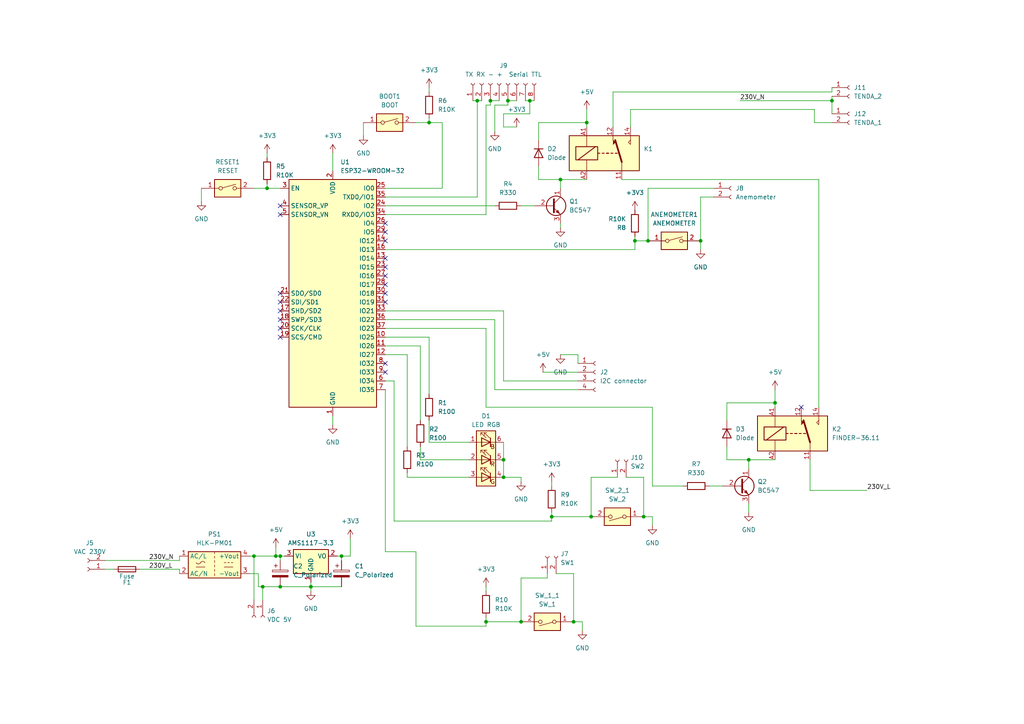
<source format=kicad_sch>
(kicad_sch (version 20250114) (generator "eeschema") (generator_version "9.0")
  (paper "A4")
  (lib_symbols
    (symbol "Connector:Conn_01x02_Socket" (pin_names (offset 1.016) (hide yes))
      (property "Reference" "J" (at 0 2.54 0))
      (property "Value" "Conn_01x02_Socket" (at 0 -5.08 0))
      (symbol "Conn_01x02_Socket_1_1"
        (polyline (pts (xy -1.27 0) (xy -0.508 0)) (stroke (width 0.1524)))
        (polyline (pts (xy -1.27 -2.54) (xy -0.508 -2.54)) (stroke (width 0.1524)))
        (arc (start 0 -0.508) (mid -0.5058 0) (end 0 0.508) (stroke (width 0.1524)))
        (arc (start 0 -3.048) (mid -0.5058 -2.54) (end 0 -2.032) (stroke (width 0.1524)))
        (pin passive line (at -5.08 0 0) (length 3.81) (name "Pin_1") (number "1"))
        (pin passive line (at -5.08 -2.54 0) (length 3.81) (name "Pin_2") (number "2"))
      )
    )
    (symbol "Connector:Conn_01x04_Socket" (pin_names (offset 1.016) (hide yes))
      (property "Reference" "J" (at 0 5.08 0))
      (property "Value" "Conn_01x04_Socket" (at 0 -7.62 0))
      (symbol "Conn_01x04_Socket_1_1"
        (polyline (pts (xy -1.27 2.54) (xy -0.508 2.54)) (stroke (width 0.1524)))
        (polyline (pts (xy -1.27 0) (xy -0.508 0)) (stroke (width 0.1524)))
        (polyline (pts (xy -1.27 -2.54) (xy -0.508 -2.54)) (stroke (width 0.1524)))
        (polyline (pts (xy -1.27 -5.08) (xy -0.508 -5.08)) (stroke (width 0.1524)))
        (arc (start 0 2.032) (mid -0.5058 2.54) (end 0 3.048) (stroke (width 0.1524)))
        (arc (start 0 -0.508) (mid -0.5058 0) (end 0 0.508) (stroke (width 0.1524)))
        (arc (start 0 -3.048) (mid -0.5058 -2.54) (end 0 -2.032) (stroke (width 0.1524)))
        (arc (start 0 -5.588) (mid -0.5058 -5.08) (end 0 -4.572) (stroke (width 0.1524)))
        (pin passive line (at -5.08 2.54 0) (length 3.81) (name "Pin_1") (number "1"))
        (pin passive line (at -5.08 0 0) (length 3.81) (name "Pin_2") (number "2"))
        (pin passive line (at -5.08 -2.54 0) (length 3.81) (name "Pin_3") (number "3"))
        (pin passive line (at -5.08 -5.08 0) (length 3.81) (name "Pin_4") (number "4"))
      )
    )
    (symbol "Connector:Conn_01x08_Socket" (pin_names (offset 1.016) (hide yes))
      (property "Reference" "J" (at 0 10.16 0))
      (property "Value" "Conn_01x08_Socket" (at 0 -12.7 0))
      (symbol "Conn_01x08_Socket_1_1"
        (polyline (pts (xy -1.27 7.62) (xy -0.508 7.62)) (stroke (width 0.1524)))
        (polyline (pts (xy -1.27 5.08) (xy -0.508 5.08)) (stroke (width 0.1524)))
        (polyline (pts (xy -1.27 2.54) (xy -0.508 2.54)) (stroke (width 0.1524)))
        (polyline (pts (xy -1.27 0) (xy -0.508 0)) (stroke (width 0.1524)))
        (polyline (pts (xy -1.27 -2.54) (xy -0.508 -2.54)) (stroke (width 0.1524)))
        (polyline (pts (xy -1.27 -5.08) (xy -0.508 -5.08)) (stroke (width 0.1524)))
        (polyline (pts (xy -1.27 -7.62) (xy -0.508 -7.62)) (stroke (width 0.1524)))
        (polyline (pts (xy -1.27 -10.16) (xy -0.508 -10.16)) (stroke (width 0.1524)))
        (arc (start 0 7.112) (mid -0.5058 7.62) (end 0 8.128) (stroke (width 0.1524)))
        (arc (start 0 4.572) (mid -0.5058 5.08) (end 0 5.588) (stroke (width 0.1524)))
        (arc (start 0 2.032) (mid -0.5058 2.54) (end 0 3.048) (stroke (width 0.1524)))
        (arc (start 0 -0.508) (mid -0.5058 0) (end 0 0.508) (stroke (width 0.1524)))
        (arc (start 0 -3.048) (mid -0.5058 -2.54) (end 0 -2.032) (stroke (width 0.1524)))
        (arc (start 0 -5.588) (mid -0.5058 -5.08) (end 0 -4.572) (stroke (width 0.1524)))
        (arc (start 0 -8.128) (mid -0.5058 -7.62) (end 0 -7.112) (stroke (width 0.1524)))
        (arc (start 0 -10.668) (mid -0.5058 -10.16) (end 0 -9.652) (stroke (width 0.1524)))
        (pin passive line (at -5.08 7.62 0) (length 3.81) (name "Pin_1") (number "1"))
        (pin passive line (at -5.08 5.08 0) (length 3.81) (name "Pin_2") (number "2"))
        (pin passive line (at -5.08 2.54 0) (length 3.81) (name "Pin_3") (number "3"))
        (pin passive line (at -5.08 0 0) (length 3.81) (name "Pin_4") (number "4"))
        (pin passive line (at -5.08 -2.54 0) (length 3.81) (name "Pin_5") (number "5"))
        (pin passive line (at -5.08 -5.08 0) (length 3.81) (name "Pin_6") (number "6"))
        (pin passive line (at -5.08 -7.62 0) (length 3.81) (name "Pin_7") (number "7"))
        (pin passive line (at -5.08 -10.16 0) (length 3.81) (name "Pin_8") (number "8"))
      )
    )
    (symbol "Converter_ACDC:HLK-PM01"
      (property "Reference" "PS" (at 0 5.08 0))
      (property "Value" "HLK-PM01" (at 0 -5.08 0))
      (symbol "HLK-PM01_0_1"
        (rectangle (start -7.62 3.81) (end 7.62 -3.81) (stroke (width 0.254)) (fill (type background)))
        (polyline (pts (xy -5.334 -0.635) (xy -2.794 -0.635)))
        (arc (start -4.064 0.635) (mid -4.699 0.2495) (end -5.334 0.635))
        (arc (start -4.064 0.635) (mid -3.429 1.0072) (end -2.794 0.635))
        (polyline (pts (xy 0 3.81) (xy 0 3.175)))
        (polyline (pts (xy 0 2.54) (xy 0 1.905)))
        (polyline (pts (xy 0 1.27) (xy 0 0.635)))
        (polyline (pts (xy 0 0) (xy 0 -0.635)))
        (polyline (pts (xy 0 -1.27) (xy 0 -1.905)))
        (polyline (pts (xy 0 -2.54) (xy 0 -3.175)))
        (polyline (pts (xy 2.794 0.635) (xy 3.302 0.635)))
        (polyline (pts (xy 2.794 -0.635) (xy 5.334 -0.635)))
        (polyline (pts (xy 3.81 0.635) (xy 4.318 0.635)))
        (polyline (pts (xy 4.826 0.635) (xy 5.334 0.635)))
      )
      (symbol "HLK-PM01_1_1"
        (pin power_in line (at -10.16 2.54 0) (length 2.54) (name "AC/L") (number "1"))
        (pin power_in line (at -10.16 -2.54 0) (length 2.54) (name "AC/N") (number "2"))
        (pin power_out line (at 10.16 2.54 180) (length 2.54) (name "+Vout") (number "4"))
        (pin power_out line (at 10.16 -2.54 180) (length 2.54) (name "-Vout") (number "3"))
      )
    )
    (symbol "Device:C_Polarized" (pin_numbers (hide yes)) (pin_names (offset 0.254))
      (property "Reference" "C" (at 0.635 2.54 0))
      (property "Value" "C_Polarized" (at 0.635 -2.54 0))
      (symbol "C_Polarized_0_1"
        (rectangle (start -2.286 0.508) (end 2.286 1.016))
        (polyline (pts (xy -1.778 2.286) (xy -0.762 2.286)))
        (polyline (pts (xy -1.27 2.794) (xy -1.27 1.778)))
        (rectangle (start 2.286 -0.508) (end -2.286 -1.016) (fill (type outline)))
      )
      (symbol "C_Polarized_1_1"
        (pin passive line (at 0 3.81 270) (length 2.794) (name "~") (number "1"))
        (pin passive line (at 0 -3.81 90) (length 2.794) (name "~") (number "2"))
      )
    )
    (symbol "Device:Fuse" (pin_numbers (hide yes)) (pin_names (offset 0))
      (property "Reference" "F" (at 2.032 0 90))
      (property "Value" "Fuse" (at -1.905 0 90))
      (symbol "Fuse_0_1"
        (rectangle (start -0.762 -2.54) (end 0.762 2.54) (stroke (width 0.254)))
        (polyline (pts (xy 0 2.54) (xy 0 -2.54)))
      )
      (symbol "Fuse_1_1"
        (pin passive line (at 0 3.81 270) (length 1.27) (name "~") (number "1"))
        (pin passive line (at 0 -3.81 90) (length 1.27) (name "~") (number "2"))
      )
    )
    (symbol "Device:R" (pin_numbers (hide yes)) (pin_names (offset 0))
      (property "Reference" "R" (at 2.032 0 90))
      (property "Value" "R" (at 0 0 90))
      (symbol "R_0_1"
        (rectangle (start -1.016 -2.54) (end 1.016 2.54) (stroke (width 0.254)))
      )
      (symbol "R_1_1"
        (pin passive line (at 0 3.81 270) (length 1.27) (name "~") (number "1"))
        (pin passive line (at 0 -3.81 90) (length 1.27) (name "~") (number "2"))
      )
    )
    (symbol "Diode:1N5400" (pin_numbers (hide yes)) (pin_names (hide yes))
      (property "Reference" "D" (at 0 2.54 0))
      (property "Value" "1N5400" (at 0 -2.54 0))
      (symbol "1N5400_0_1"
        (polyline (pts (xy -1.27 1.27) (xy -1.27 -1.27)) (stroke (width 0.254)))
        (polyline (pts (xy 1.27 1.27) (xy 1.27 -1.27) (xy -1.27 0) (xy 1.27 1.27)) (stroke (width 0.254)))
        (polyline (pts (xy 1.27 0) (xy -1.27 0)))
      )
      (symbol "1N5400_1_1"
        (pin passive line (at -3.81 0 0) (length 2.54) (name "K") (number "1"))
        (pin passive line (at 3.81 0 180) (length 2.54) (name "A") (number "2"))
      )
    )
    (symbol "LED:SMLVN6RGB" (pin_names (offset 0) (hide yes))
      (property "Reference" "D" (at 0 12.7 0))
      (property "Value" "SMLVN6RGB" (at 0 10.16 0))
      (symbol "SMLVN6RGB_0_0"
        (text "B" (at 1.905 3.81 0) (effects (font (size 1.27 1.27))))
        (text "R" (at 1.905 -1.27 0) (effects (font (size 1.27 1.27))))
        (text "G" (at 1.905 -6.35 0) (effects (font (size 1.27 1.27))))
      )
      (symbol "SMLVN6RGB_0_1"
        (rectangle (start -2.794 8.382) (end 2.794 -7.62) (stroke (width 0.254)) (fill (type background)))
        (rectangle (start -1.27 6.35) (end -1.27 6.35))
        (polyline (pts (xy -1.27 6.35) (xy -1.27 3.81) (xy 1.27 5.08) (xy -1.27 6.35)) (stroke (width 0.254)))
        (polyline (pts (xy -1.27 5.08) (xy -2.54 5.08)))
        (rectangle (start -1.27 3.81) (end -1.27 6.35))
        (rectangle (start -1.27 1.27) (end -1.27 1.27))
        (polyline (pts (xy -1.27 1.27) (xy -1.27 -1.27) (xy 1.27 0) (xy -1.27 1.27)) (stroke (width 0.254)))
        (polyline (pts (xy -1.27 0) (xy -2.54 0)))
        (polyline (pts (xy -1.27 0) (xy 1.27 0)))
        (rectangle (start -1.27 -1.27) (end -1.27 1.27))
        (polyline (pts (xy -1.27 -3.81) (xy -1.27 -6.35) (xy 1.27 -5.08) (xy -1.27 -3.81)) (stroke (width 0.254)))
        (polyline (pts (xy -1.27 -5.08) (xy -2.54 -5.08)))
        (polyline (pts (xy 0 6.35) (xy -1.524 7.874) (xy -0.762 7.874) (xy -1.524 7.874) (xy -1.524 7.112)))
        (polyline (pts (xy 0 1.27) (xy -1.524 2.794) (xy -0.762 2.794) (xy -1.524 2.794) (xy -1.524 2.032)))
        (polyline (pts (xy 0 -3.81) (xy -1.524 -2.286) (xy -0.762 -2.286) (xy -1.524 -2.286) (xy -1.524 -3.048)))
        (polyline (pts (xy 1.016 6.35) (xy -0.508 7.874) (xy 0.254 7.874) (xy -0.508 7.874) (xy -0.508 7.112)))
        (polyline (pts (xy 1.016 1.27) (xy -0.508 2.794) (xy 0.254 2.794) (xy -0.508 2.794) (xy -0.508 2.032)))
        (polyline (pts (xy 1.016 -3.81) (xy -0.508 -2.286) (xy 0.254 -2.286) (xy -0.508 -2.286) (xy -0.508 -3.048)))
        (polyline (pts (xy 1.27 6.35) (xy 1.27 3.81)) (stroke (width 0.254)))
        (polyline (pts (xy 1.27 6.35) (xy 1.27 3.81) (xy 1.27 3.81)))
        (polyline (pts (xy 1.27 5.08) (xy -1.27 5.08)))
        (polyline (pts (xy 1.27 5.08) (xy 2.54 5.08)))
        (polyline (pts (xy 1.27 1.27) (xy 1.27 -1.27)) (stroke (width 0.254)))
        (polyline (pts (xy 1.27 1.27) (xy 1.27 -1.27) (xy 1.27 -1.27)))
        (polyline (pts (xy 1.27 0) (xy 2.54 0)))
        (polyline (pts (xy 1.27 -3.81) (xy 1.27 -6.35)) (stroke (width 0.254)))
        (polyline (pts (xy 1.27 -5.08) (xy -1.27 -5.08)))
        (polyline (pts (xy 1.27 -5.08) (xy 2.54 -5.08)))
      )
      (symbol "SMLVN6RGB_1_1"
        (pin passive line (at -5.08 5.08 0) (length 2.54) (name "BA") (number "1"))
        (pin passive line (at -5.08 0 0) (length 2.54) (name "RA") (number "2"))
        (pin passive line (at -5.08 -5.08 0) (length 2.54) (name "GA") (number "3"))
        (pin passive line (at 5.08 5.08 180) (length 2.54) (name "BK") (number "6"))
        (pin passive line (at 5.08 0 180) (length 2.54) (name "RK") (number "5"))
        (pin passive line (at 5.08 -5.08 180) (length 2.54) (name "GK") (number "4"))
      )
    )
    (symbol "RF_Module:ESP32-WROOM-32"
      (property "Reference" "U" (at -12.7 34.29 0))
      (property "Value" "ESP32-WROOM-32" (at 1.27 34.29 0))
      (symbol "ESP32-WROOM-32_0_1"
        (rectangle (start -12.7 33.02) (end 12.7 -33.02) (stroke (width 0.254)) (fill (type background)))
      )
      (symbol "ESP32-WROOM-32_1_1"
        (pin input line (at -15.24 30.48 0) (length 2.54) (name "EN") (number "3"))
        (pin input line (at -15.24 25.4 0) (length 2.54) (name "SENSOR_VP") (number "4"))
        (pin input line (at -15.24 22.86 0) (length 2.54) (name "SENSOR_VN") (number "5"))
        (pin bidirectional line (at -15.24 0 0) (length 2.54) (name "SDO/SD0") (number "21"))
        (pin bidirectional line (at -15.24 -2.54 0) (length 2.54) (name "SDI/SD1") (number "22"))
        (pin bidirectional line (at -15.24 -5.08 0) (length 2.54) (name "SHD/SD2") (number "17"))
        (pin bidirectional line (at -15.24 -7.62 0) (length 2.54) (name "SWP/SD3") (number "18"))
        (pin bidirectional line (at -15.24 -10.16 0) (length 2.54) (name "SCK/CLK") (number "20"))
        (pin bidirectional line (at -15.24 -12.7 0) (length 2.54) (name "SCS/CMD") (number "19"))
        (pin no_connect line (at -12.7 -27.94 0) (length 2.54) (hide yes) (name "NC") (number "32"))
        (pin power_in line (at 0 35.56 270) (length 2.54) (name "VDD") (number "2"))
        (pin power_in line (at 0 -35.56 90) (length 2.54) (name "GND") (number "1"))
        (pin passive line (at 0 -35.56 90) (length 2.54) (hide yes) (name "GND") (number "15"))
        (pin passive line (at 0 -35.56 90) (length 2.54) (hide yes) (name "GND") (number "38"))
        (pin passive line (at 0 -35.56 90) (length 2.54) (hide yes) (name "GND") (number "39"))
        (pin bidirectional line (at 15.24 30.48 180) (length 2.54) (name "IO0") (number "25"))
        (pin bidirectional line (at 15.24 27.94 180) (length 2.54) (name "TXD0/IO1") (number "35"))
        (pin bidirectional line (at 15.24 25.4 180) (length 2.54) (name "IO2") (number "24"))
        (pin bidirectional line (at 15.24 22.86 180) (length 2.54) (name "RXD0/IO3") (number "34"))
        (pin bidirectional line (at 15.24 20.32 180) (length 2.54) (name "IO4") (number "26"))
        (pin bidirectional line (at 15.24 17.78 180) (length 2.54) (name "IO5") (number "29"))
        (pin bidirectional line (at 15.24 15.24 180) (length 2.54) (name "IO12") (number "14"))
        (pin bidirectional line (at 15.24 12.7 180) (length 2.54) (name "IO13") (number "16"))
        (pin bidirectional line (at 15.24 10.16 180) (length 2.54) (name "IO14") (number "13"))
        (pin bidirectional line (at 15.24 7.62 180) (length 2.54) (name "IO15") (number "23"))
        (pin bidirectional line (at 15.24 5.08 180) (length 2.54) (name "IO16") (number "27"))
        (pin bidirectional line (at 15.24 2.54 180) (length 2.54) (name "IO17") (number "28"))
        (pin bidirectional line (at 15.24 0 180) (length 2.54) (name "IO18") (number "30"))
        (pin bidirectional line (at 15.24 -2.54 180) (length 2.54) (name "IO19") (number "31"))
        (pin bidirectional line (at 15.24 -5.08 180) (length 2.54) (name "IO21") (number "33"))
        (pin bidirectional line (at 15.24 -7.62 180) (length 2.54) (name "IO22") (number "36"))
        (pin bidirectional line (at 15.24 -10.16 180) (length 2.54) (name "IO23") (number "37"))
        (pin bidirectional line (at 15.24 -12.7 180) (length 2.54) (name "IO25") (number "10"))
        (pin bidirectional line (at 15.24 -15.24 180) (length 2.54) (name "IO26") (number "11"))
        (pin bidirectional line (at 15.24 -17.78 180) (length 2.54) (name "IO27") (number "12"))
        (pin bidirectional line (at 15.24 -20.32 180) (length 2.54) (name "IO32") (number "8"))
        (pin bidirectional line (at 15.24 -22.86 180) (length 2.54) (name "IO33") (number "9"))
        (pin input line (at 15.24 -25.4 180) (length 2.54) (name "IO34") (number "6"))
        (pin input line (at 15.24 -27.94 180) (length 2.54) (name "IO35") (number "7"))
      )
    )
    (symbol "Regulator_Linear:AMS1117-3.3"
      (property "Reference" "U" (at -3.81 3.175 0))
      (property "Value" "AMS1117-3.3" (at 0 3.175 0))
      (symbol "AMS1117-3.3_0_1"
        (rectangle (start -5.08 -5.08) (end 5.08 1.905) (stroke (width 0.254)) (fill (type background)))
      )
      (symbol "AMS1117-3.3_1_1"
        (pin power_in line (at -7.62 0 0) (length 2.54) (name "VI") (number "3"))
        (pin power_in line (at 0 -7.62 90) (length 2.54) (name "GND") (number "1"))
        (pin power_out line (at 7.62 0 180) (length 2.54) (name "VO") (number "2"))
      )
    )
    (symbol "Relay:FINDER-36.11"
      (property "Reference" "K" (at 11.43 3.81 0))
      (property "Value" "FINDER-36.11" (at 11.43 1.27 0))
      (symbol "FINDER-36.11_0_0"
        (polyline (pts (xy 2.54 3.81) (xy 2.54 5.08)))
        (polyline (pts (xy 7.62 3.81) (xy 7.62 5.08)))
        (polyline (pts (xy 7.62 3.81) (xy 7.62 2.54) (xy 6.985 3.175) (xy 7.62 3.81)))
      )
      (symbol "FINDER-36.11_0_1"
        (rectangle (start -10.16 5.08) (end 10.16 -5.08) (stroke (width 0.254)) (fill (type background)))
        (rectangle (start -8.255 1.905) (end -1.905 -1.905) (stroke (width 0.254)))
        (polyline (pts (xy -7.62 -1.905) (xy -2.54 1.905)) (stroke (width 0.254)))
        (polyline (pts (xy -5.08 5.08) (xy -5.08 1.905)))
        (polyline (pts (xy -5.08 -5.08) (xy -5.08 -1.905)))
        (polyline (pts (xy -1.905 0) (xy -1.27 0)) (stroke (width 0.254)))
        (polyline (pts (xy -0.635 0) (xy 0 0)) (stroke (width 0.254)))
        (polyline (pts (xy 0.635 0) (xy 1.27 0)) (stroke (width 0.254)))
        (polyline (pts (xy 0.635 0) (xy 1.27 0)) (stroke (width 0.254)))
        (polyline (pts (xy 1.905 0) (xy 2.54 0)) (stroke (width 0.254)))
        (polyline (pts (xy 2.54 2.54) (xy 3.175 3.175) (xy 2.54 3.81)) (fill (type outline)))
        (polyline (pts (xy 3.175 0) (xy 3.81 0)) (stroke (width 0.254)))
        (polyline (pts (xy 5.08 -2.54) (xy 3.175 3.81)) (stroke (width 0.508)))
        (polyline (pts (xy 5.08 -2.54) (xy 5.08 -5.08)))
      )
      (symbol "FINDER-36.11_1_1"
        (pin passive line (at -5.08 7.62 270) (length 2.54) (name "~") (number "A1"))
        (pin passive line (at -5.08 -7.62 90) (length 2.54) (name "~") (number "A2"))
        (pin passive line (at 2.54 7.62 270) (length 2.54) (name "~") (number "12"))
        (pin passive line (at 5.08 -7.62 90) (length 2.54) (name "~") (number "11"))
        (pin passive line (at 7.62 7.62 270) (length 2.54) (name "~") (number "14"))
      )
    )
    (symbol "Switch:SW_DIP_x01" (pin_names (offset 0) (hide yes))
      (property "Reference" "SW" (at 0 3.81 0))
      (property "Value" "SW_DIP_x01" (at 0 -3.81 0))
      (symbol "SW_DIP_x01_0_0"
        (circle (center -2.032 0) (radius 0.508))
        (polyline (pts (xy -1.524 0.127) (xy 2.3622 1.1684)))
        (circle (center 2.032 0) (radius 0.508))
      )
      (symbol "SW_DIP_x01_0_1"
        (rectangle (start -3.81 2.54) (end 3.81 -2.54) (stroke (width 0.254)) (fill (type background)))
      )
      (symbol "SW_DIP_x01_1_1"
        (pin passive line (at -7.62 0 0) (length 5.08) (name "~") (number "1"))
        (pin passive line (at 7.62 0 180) (length 5.08) (name "~") (number "2"))
      )
    )
    (symbol "Transistor_BJT:BC547" (pin_names (offset 0) (hide yes))
      (property "Reference" "Q" (at 5.08 1.905 0))
      (property "Value" "BC547" (at 5.08 0 0))
      (symbol "BC547_0_1"
        (polyline (pts (xy 0 0) (xy 0.635 0)))
        (polyline (pts (xy 0.635 1.905) (xy 0.635 -1.905) (xy 0.635 -1.905)) (stroke (width 0.508)))
        (polyline (pts (xy 0.635 0.635) (xy 2.54 2.54)))
        (polyline (pts (xy 0.635 -0.635) (xy 2.54 -2.54) (xy 2.54 -2.54)))
        (circle (center 1.27 0) (radius 2.8194) (stroke (width 0.254)))
        (polyline (pts (xy 1.27 -1.778) (xy 1.778 -1.27) (xy 2.286 -2.286) (xy 1.27 -1.778) (xy 1.27 -1.778)) (fill (type outline)))
      )
      (symbol "BC547_1_1"
        (pin input line (at -5.08 0 0) (length 5.08) (name "B") (number "2"))
        (pin passive line (at 2.54 5.08 270) (length 2.54) (name "C") (number "1"))
        (pin passive line (at 2.54 -5.08 90) (length 2.54) (name "E") (number "3"))
      )
    )
    (symbol "power:+3V3" (power) (pin_names (offset 0))
      (property "Value" "+3V3" (at 0 3.556 0))
      (symbol "+3V3_0_1"
        (polyline (pts (xy -0.762 1.27) (xy 0 2.54)))
        (polyline (pts (xy 0 2.54) (xy 0.762 1.27)))
        (polyline (pts (xy 0 0) (xy 0 2.54)))
      )
      (symbol "+3V3_1_1"
        (pin power_in line (at 0 0 90) (length 0) (hide yes) (name "+3V3") (number "1"))
      )
    )
    (symbol "power:+5V" (power) (pin_names (offset 0))
      (property "Value" "+5V" (at 0 3.556 0))
      (symbol "+5V_0_1"
        (polyline (pts (xy -0.762 1.27) (xy 0 2.54)))
        (polyline (pts (xy 0 2.54) (xy 0.762 1.27)))
        (polyline (pts (xy 0 0) (xy 0 2.54)))
      )
      (symbol "+5V_1_1"
        (pin power_in line (at 0 0 90) (length 0) (hide yes) (name "+5V") (number "1"))
      )
    )
    (symbol "power:GND" (power) (pin_names (offset 0))
      (property "Value" "GND" (at 0 -3.81 0))
      (symbol "GND_0_1"
        (polyline (pts (xy 0 0) (xy 0 -1.27) (xy 1.27 -1.27) (xy 0 -2.54) (xy -1.27 -1.27) (xy 0 -1.27)))
      )
      (symbol "GND_1_1"
        (pin power_in line (at 0 0 270) (length 0) (hide yes) (name "GND") (number "1"))
      )
    )
  )
  (junction (at 142.24 29.21))
  (junction (at 140.97 180.34))
  (junction (at 151.13 180.34))
  (junction (at 241.3 29.21))
  (junction (at 224.79 116.84))
  (junction (at 124.46 35.56))
  (junction (at 81.28 170.18))
  (junction (at 138.43 29.21))
  (junction (at 90.17 170.18))
  (junction (at 81.28 161.29))
  (junction (at 99.06 161.29))
  (junction (at 77.47 54.61))
  (junction (at 80.01 161.29))
  (junction (at 166.37 180.34))
  (junction (at 73.66 161.29))
  (junction (at 170.18 35.56))
  (junction (at 146.05 133.35))
  (junction (at 203.2 69.85))
  (junction (at 153.67 29.21))
  (junction (at 171.45 149.86))
  (junction (at 186.69 149.86))
  (junction (at 217.17 133.35))
  (junction (at 160.02 149.86))
  (junction (at 162.56 52.07))
  (junction (at 147.32 29.21))
  (junction (at 187.96 69.85))
  (junction (at 184.15 69.85))
  (junction (at 146.05 138.43))
  (junction (at 76.2 170.18))
  (no_connect (at 111.76 82.55))
  (no_connect (at 111.76 105.41))
  (no_connect (at 111.76 80.01))
  (no_connect (at 111.76 69.85))
  (no_connect (at 81.28 97.79))
  (no_connect (at 81.28 87.63))
  (no_connect (at 81.28 95.25))
  (no_connect (at 81.28 90.17))
  (no_connect (at 81.28 92.71))
  (no_connect (at 111.76 77.47))
  (no_connect (at 111.76 107.95))
  (no_connect (at 111.76 64.77))
  (no_connect (at 111.76 87.63))
  (no_connect (at 81.28 62.23))
  (no_connect (at 81.28 59.69))
  (no_connect (at 111.76 85.09))
  (no_connect (at 232.41 118.11))
  (no_connect (at 111.76 67.31))
  (no_connect (at 111.76 74.93))
  (no_connect (at 81.28 85.09))
  (wire (pts (xy 189.23 140.97) (xy 198.12 140.97)))
  (wire (pts (xy 114.3 151.13) (xy 160.02 151.13)))
  (wire (pts (xy 171.45 138.43) (xy 171.45 149.86)))
  (wire (pts (xy 96.52 120.65) (xy 96.52 123.19)))
  (wire (pts (xy 77.47 44.45) (xy 77.47 45.72)))
  (wire (pts (xy 138.43 29.21) (xy 138.43 57.15)))
  (wire (pts (xy 156.21 48.26) (xy 156.21 52.07)))
  (wire (pts (xy 124.46 34.29) (xy 124.46 35.56)))
  (wire (pts (xy 189.23 149.86) (xy 189.23 152.4)))
  (wire (pts (xy 111.76 100.33) (xy 121.92 100.33)))
  (wire (pts (xy 99.06 161.29) (xy 99.06 162.56)))
  (wire (pts (xy 236.22 31.75) (xy 236.22 35.56)))
  (wire (pts (xy 140.97 170.18) (xy 140.97 171.45)))
  (wire (pts (xy 101.6 161.29) (xy 99.06 161.29)))
  (wire (pts (xy 156.21 40.64) (xy 156.21 35.56)))
  (wire (pts (xy 210.82 121.92) (xy 210.82 116.84)))
  (wire (pts (xy 111.76 160.02) (xy 120.65 160.02)))
  (wire (pts (xy 160.02 139.7) (xy 160.02 140.97)))
  (wire (pts (xy 182.88 36.83) (xy 182.88 31.75)))
  (wire (pts (xy 76.2 170.18) (xy 81.28 170.18)))
  (wire (pts (xy 124.46 25.4) (xy 124.46 26.67)))
  (wire (pts (xy 153.67 29.21) (xy 154.94 29.21)))
  (wire (pts (xy 77.47 53.34) (xy 77.47 54.61)))
  (wire (pts (xy 99.06 170.18) (xy 90.17 170.18)))
  (wire (pts (xy 179.07 138.43) (xy 171.45 138.43)))
  (wire (pts (xy 203.2 69.85) (xy 203.2 57.15)))
  (wire (pts (xy 234.95 142.24) (xy 251.46 142.24)))
  (wire (pts (xy 146.05 110.49) (xy 146.05 90.17)))
  (wire (pts (xy 140.97 118.11) (xy 189.23 118.11)))
  (wire (pts (xy 142.24 30.48) (xy 140.97 30.48)))
  (wire (pts (xy 140.97 95.25) (xy 140.97 118.11)))
  (wire (pts (xy 236.22 35.56) (xy 241.3 35.56)))
  (wire (pts (xy 52.07 162.56) (xy 52.07 161.29)))
  (wire (pts (xy 224.79 116.84) (xy 224.79 118.11)))
  (wire (pts (xy 167.64 110.49) (xy 146.05 110.49)))
  (wire (pts (xy 101.6 156.21) (xy 101.6 161.29)))
  (wire (pts (xy 142.24 29.21) (xy 142.24 30.48)))
  (wire (pts (xy 120.65 181.61) (xy 140.97 181.61)))
  (wire (pts (xy 138.43 57.15) (xy 111.76 57.15)))
  (wire (pts (xy 138.43 29.21) (xy 139.7 29.21)))
  (wire (pts (xy 120.65 160.02) (xy 120.65 181.61)))
  (wire (pts (xy 168.91 180.34) (xy 166.37 180.34)))
  (wire (pts (xy 30.48 162.56) (xy 52.07 162.56)))
  (wire (pts (xy 187.96 54.61) (xy 187.96 69.85)))
  (wire (pts (xy 81.28 170.18) (xy 90.17 170.18)))
  (wire (pts (xy 90.17 170.18) (xy 90.17 171.45)))
  (wire (pts (xy 237.49 52.07) (xy 237.49 118.11)))
  (wire (pts (xy 142.24 29.21) (xy 144.78 29.21)))
  (wire (pts (xy 111.76 95.25) (xy 140.97 95.25)))
  (wire (pts (xy 105.41 35.56) (xy 105.41 39.37)))
  (wire (pts (xy 143.51 30.48) (xy 143.51 38.1)))
  (wire (pts (xy 121.92 133.35) (xy 135.89 133.35)))
  (wire (pts (xy 146.05 138.43) (xy 151.13 138.43)))
  (wire (pts (xy 96.52 49.53) (xy 96.52 44.45)))
  (wire (pts (xy 210.82 129.54) (xy 210.82 133.35)))
  (wire (pts (xy 158.75 166.37) (xy 158.75 167.64)))
  (wire (pts (xy 124.46 97.79) (xy 124.46 114.3)))
  (wire (pts (xy 162.56 52.07) (xy 156.21 52.07)))
  (wire (pts (xy 151.13 180.34) (xy 140.97 180.34)))
  (wire (pts (xy 162.56 52.07) (xy 170.18 52.07)))
  (wire (pts (xy 157.48 107.95) (xy 167.64 107.95)))
  (wire (pts (xy 153.67 29.21) (xy 153.67 33.02)))
  (wire (pts (xy 147.32 30.48) (xy 147.32 29.21)))
  (wire (pts (xy 124.46 128.27) (xy 135.89 128.27)))
  (wire (pts (xy 143.51 30.48) (xy 147.32 30.48)))
  (wire (pts (xy 153.67 33.02) (xy 146.05 33.02)))
  (wire (pts (xy 121.92 100.33) (xy 121.92 121.92)))
  (wire (pts (xy 217.17 133.35) (xy 217.17 135.89)))
  (wire (pts (xy 207.01 54.61) (xy 187.96 54.61)))
  (wire (pts (xy 111.76 92.71) (xy 143.51 92.71)))
  (wire (pts (xy 184.15 69.85) (xy 187.96 69.85)))
  (wire (pts (xy 203.2 57.15) (xy 207.01 57.15)))
  (wire (pts (xy 241.3 25.4) (xy 241.3 26.67)))
  (wire (pts (xy 177.8 26.67) (xy 177.8 36.83)))
  (wire (pts (xy 90.17 168.91) (xy 90.17 170.18)))
  (wire (pts (xy 177.8 26.67) (xy 241.3 26.67)))
  (wire (pts (xy 170.18 31.75) (xy 170.18 35.56)))
  (wire (pts (xy 33.02 165.1) (xy 30.48 165.1)))
  (wire (pts (xy 241.3 29.21) (xy 241.3 27.94)))
  (wire (pts (xy 111.76 62.23) (xy 140.97 62.23)))
  (wire (pts (xy 162.56 102.87) (xy 167.64 102.87)))
  (wire (pts (xy 162.56 64.77) (xy 162.56 66.04)))
  (wire (pts (xy 72.39 166.37) (xy 74.93 166.37)))
  (wire (pts (xy 120.65 35.56) (xy 124.46 35.56)))
  (wire (pts (xy 147.32 29.21) (xy 149.86 29.21)))
  (wire (pts (xy 140.97 30.48) (xy 140.97 62.23)))
  (wire (pts (xy 217.17 133.35) (xy 224.79 133.35)))
  (wire (pts (xy 162.56 52.07) (xy 162.56 54.61)))
  (wire (pts (xy 128.27 35.56) (xy 128.27 54.61)))
  (wire (pts (xy 217.17 133.35) (xy 210.82 133.35)))
  (wire (pts (xy 161.29 166.37) (xy 166.37 166.37)))
  (wire (pts (xy 217.17 146.05) (xy 217.17 148.59)))
  (wire (pts (xy 168.91 180.34) (xy 168.91 182.88)))
  (wire (pts (xy 166.37 166.37) (xy 166.37 180.34)))
  (wire (pts (xy 224.79 113.03) (xy 224.79 116.84)))
  (wire (pts (xy 111.76 72.39) (xy 184.15 72.39)))
  (wire (pts (xy 189.23 118.11) (xy 189.23 140.97)))
  (wire (pts (xy 146.05 133.35) (xy 146.05 138.43)))
  (wire (pts (xy 158.75 167.64) (xy 151.13 167.64)))
  (wire (pts (xy 72.39 161.29) (xy 73.66 161.29)))
  (wire (pts (xy 146.05 128.27) (xy 146.05 133.35)))
  (wire (pts (xy 151.13 59.69) (xy 154.94 59.69)))
  (wire (pts (xy 186.69 138.43) (xy 186.69 149.86)))
  (wire (pts (xy 171.45 149.86) (xy 160.02 149.86)))
  (wire (pts (xy 111.76 113.03) (xy 111.76 160.02)))
  (wire (pts (xy 77.47 54.61) (xy 81.28 54.61)))
  (wire (pts (xy 82.55 161.29) (xy 81.28 161.29)))
  (wire (pts (xy 140.97 179.07) (xy 140.97 180.34)))
  (wire (pts (xy 73.66 161.29) (xy 73.66 173.99)))
  (wire (pts (xy 181.61 138.43) (xy 186.69 138.43)))
  (wire (pts (xy 121.92 129.54) (xy 121.92 133.35)))
  (wire (pts (xy 58.42 54.61) (xy 58.42 58.42)))
  (wire (pts (xy 182.88 31.75) (xy 236.22 31.75)))
  (wire (pts (xy 80.01 161.29) (xy 80.01 158.75)))
  (wire (pts (xy 146.05 36.83) (xy 146.05 33.02)))
  (wire (pts (xy 74.93 170.18) (xy 76.2 170.18)))
  (wire (pts (xy 52.07 165.1) (xy 52.07 166.37)))
  (wire (pts (xy 184.15 69.85) (xy 184.15 68.58)))
  (wire (pts (xy 143.51 92.71) (xy 143.51 113.03)))
  (wire (pts (xy 205.74 140.97) (xy 209.55 140.97)))
  (wire (pts (xy 156.21 35.56) (xy 170.18 35.56)))
  (wire (pts (xy 152.4 29.21) (xy 153.67 29.21)))
  (wire (pts (xy 81.28 161.29) (xy 81.28 162.56)))
  (wire (pts (xy 111.76 59.69) (xy 143.51 59.69)))
  (wire (pts (xy 151.13 138.43) (xy 151.13 139.7)))
  (wire (pts (xy 114.3 110.49) (xy 111.76 110.49)))
  (wire (pts (xy 189.23 149.86) (xy 186.69 149.86)))
  (wire (pts (xy 149.86 36.83) (xy 146.05 36.83)))
  (wire (pts (xy 143.51 113.03) (xy 167.64 113.03)))
  (wire (pts (xy 118.11 138.43) (xy 118.11 137.16)))
  (wire (pts (xy 151.13 167.64) (xy 151.13 180.34)))
  (wire (pts (xy 167.64 102.87) (xy 167.64 105.41)))
  (wire (pts (xy 234.95 133.35) (xy 234.95 142.24)))
  (wire (pts (xy 170.18 35.56) (xy 170.18 36.83)))
  (wire (pts (xy 118.11 102.87) (xy 118.11 129.54)))
  (wire (pts (xy 140.97 180.34) (xy 140.97 181.61)))
  (wire (pts (xy 73.66 54.61) (xy 77.47 54.61)))
  (wire (pts (xy 241.3 29.21) (xy 241.3 33.02)))
  (wire (pts (xy 111.76 102.87) (xy 118.11 102.87)))
  (wire (pts (xy 146.05 90.17) (xy 111.76 90.17)))
  (wire (pts (xy 180.34 52.07) (xy 237.49 52.07)))
  (wire (pts (xy 214.63 29.21) (xy 241.3 29.21)))
  (wire (pts (xy 76.2 170.18) (xy 76.2 173.99)))
  (wire (pts (xy 203.2 69.85) (xy 203.2 72.39)))
  (wire (pts (xy 114.3 151.13) (xy 114.3 110.49)))
  (wire (pts (xy 124.46 35.56) (xy 128.27 35.56)))
  (wire (pts (xy 160.02 149.86) (xy 160.02 151.13)))
  (wire (pts (xy 74.93 166.37) (xy 74.93 170.18)))
  (wire (pts (xy 99.06 161.29) (xy 97.79 161.29)))
  (wire (pts (xy 128.27 54.61) (xy 111.76 54.61)))
  (wire (pts (xy 80.01 161.29) (xy 81.28 161.29)))
  (wire (pts (xy 118.11 138.43) (xy 135.89 138.43)))
  (wire (pts (xy 210.82 116.84) (xy 224.79 116.84)))
  (wire (pts (xy 124.46 128.27) (xy 124.46 121.92)))
  (wire (pts (xy 160.02 148.59) (xy 160.02 149.86)))
  (wire (pts (xy 137.16 29.21) (xy 138.43 29.21)))
  (wire (pts (xy 40.64 165.1) (xy 52.07 165.1)))
  (wire (pts (xy 111.76 97.79) (xy 124.46 97.79)))
  (wire (pts (xy 73.66 161.29) (xy 80.01 161.29)))
  (wire (pts (xy 184.15 72.39) (xy 184.15 69.85)))
  (label "230V_L" (at 251.46 142.24 0))
  (label "230V_N" (at 43.18 162.56 0))
  (label "230V_N" (at 214.63 29.21 0))
  (label "230V_L" (at 43.18 165.1 0))
  (symbol (lib_id "power:GND") (at 162.56 66.04 0) (unit 1)
    (property "Reference" "#PWR011" (effects (hide yes)))
    (property "Value" "GND" (at 162.56 71.12 0))
  )
  (symbol (lib_id "Device:R") (at 147.32 59.69 90) (unit 1)
    (property "Reference" "R4" (at 147.32 53.34 90))
    (property "Value" "R330" (at 147.32 55.88 90))
    (property "Footprint" "Resistor_SMD:R_1206_3216Metric" (effects (hide yes)))
  )
  (symbol (lib_id "power:GND") (at 168.91 182.88 0) (unit 1)
    (property "Reference" "#PWR027" (effects (hide yes)))
    (property "Value" "GND" (at 168.91 187.96 0))
  )
  (symbol (lib_id "Connector:Conn_01x04_Socket") (at 172.72 107.95 0) (unit 1)
    (property "Reference" "J2" (at 173.99 107.95 0) (effects (justify left)))
    (property "Value" "I2C connector" (at 173.99 110.49 0) (effects (justify left)))
    (property "Footprint" "Connector_PinHeader_2.54mm:PinHeader_1x04_P2.54mm_Vertical" (effects (hide yes)))
  )
  (symbol (lib_id "Device:R") (at 118.11 133.35 180) (unit 1)
    (property "Reference" "R3" (at 120.65 132.08 0) (effects (justify right)))
    (property "Value" "R100" (at 120.65 134.62 0) (effects (justify right)))
    (property "Footprint" "Resistor_SMD:R_1206_3216Metric" (effects (hide yes)))
  )
  (symbol (lib_id "power:+5V") (at 157.48 107.95 0) (unit 1)
    (property "Reference" "#PWR05" (effects (hide yes)))
    (property "Value" "+5V" (at 157.48 102.87 0))
  )
  (symbol (lib_id "RF_Module:ESP32-WROOM-32") (at 96.52 85.09 0) (unit 1)
    (property "Reference" "U1" (at 98.7141 46.99 0) (effects (justify left)))
    (property "Value" "ESP32-WROOM-32" (at 98.7141 49.53 0) (effects (justify left)))
    (property "Footprint" "RF_Module:ESP32-WROOM-32" (effects (hide yes)))
    (property "Datasheet" "https://www.espressif.com/sites/default/files/documentation/esp32-wroom-32_datasheet_en.pdf" (effects (hide yes)))
  )
  (symbol (lib_id "Transistor_BJT:BC547") (at 214.63 140.97 0) (unit 1)
    (property "Reference" "Q2" (at 219.71 139.7 0) (effects (justify left)))
    (property "Value" "BC547" (at 219.71 142.24 0) (effects (justify left)))
    (property "Footprint" "Package_TO_SOT_THT:TO-92_Inline" (effects (hide yes)))
    (property "Datasheet" "https://www.onsemi.com/pub/Collateral/BC550-D.pdf" (effects (hide yes)))
  )
  (symbol (lib_id "power:+5V") (at 80.01 158.75 0) (unit 1)
    (property "Reference" "#PWR019" (effects (hide yes)))
    (property "Value" "+5V" (at 80.01 153.67 0))
  )
  (symbol (lib_id "Device:C_Polarized") (at 99.06 166.37 0) (unit 1)
    (property "Reference" "C1" (at 102.87 164.211 0) (effects (justify left)))
    (property "Value" "C_Polarized" (at 102.87 166.751 0) (effects (justify left)))
    (property "Footprint" "Capacitor_THT:CP_Radial_D10.0mm_P5.00mm" (effects (hide yes)))
  )
  (symbol (lib_id "Connector:Conn_01x02_Socket") (at 246.38 25.4 0) (unit 1)
    (property "Reference" "J11" (at 247.65 25.3999 0) (effects (justify left)))
    (property "Value" "TENDA_2" (at 247.65 27.9399 0) (effects (justify left)))
    (property "Footprint" "TerminalBlock:TerminalBlock_Altech_AK300-2_P5.00mm" (effects (hide yes)))
  )
  (symbol (lib_id "Connector:Conn_01x02_Socket") (at 179.07 133.35 90) (unit 1)
    (property "Reference" "J10" (at 182.88 132.7149 90) (effects (justify right)))
    (property "Value" "SW2" (at 182.88 135.2549 90) (effects (justify right)))
    (property "Footprint" "TerminalBlock:TerminalBlock_Altech_AK300-2_P5.00mm" (effects (hide yes)))
  )
  (symbol (lib_id "Device:R") (at 121.92 125.73 180) (unit 1)
    (property "Reference" "R2" (at 124.46 124.46 0) (effects (justify right)))
    (property "Value" "R100" (at 124.46 127 0) (effects (justify right)))
    (property "Footprint" "Resistor_SMD:R_1206_3216Metric" (effects (hide yes)))
  )
  (symbol (lib_id "power:+3V3") (at 184.15 60.96 0) (unit 1)
    (property "Reference" "#PWR023" (effects (hide yes)))
    (property "Value" "+3V3" (at 184.15 55.88 0))
  )
  (symbol (lib_id "Relay:FINDER-36.11") (at 175.26 44.45 0) (unit 1)
    (property "Reference" "K1" (at 186.69 43.18 0) (effects (justify left)))
    (property "Value" "FINDER-36.11" (effects (hide yes)))
    (property "Footprint" "Relay_THT:Relay_SPDT_Finder_36.11" (effects (hide yes)))
    (property "Datasheet" "https://gfinder.findernet.com/public/attachments/36/EN/S36EN.pdf" (effects (hide yes)))
  )
  (symbol (lib_id "power:GND") (at 105.41 39.37 0) (unit 1)
    (property "Reference" "#PWR015" (effects (hide yes)))
    (property "Value" "GND" (at 105.41 44.45 0))
  )
  (symbol (lib_id "Switch:SW_DIP_x01") (at 66.04 54.61 0) (unit 1)
    (property "Reference" "RESET1" (at 66.04 46.99 0))
    (property "Value" "RESET" (at 66.04 49.53 0))
    (property "Footprint" "Button_Switch_THT:SW_PUSH_6mm_H4.3mm" (effects (hide yes)))
  )
  (symbol (lib_id "power:GND") (at 217.17 148.59 0) (unit 1)
    (property "Reference" "#PWR020" (effects (hide yes)))
    (property "Value" "GND" (at 217.17 153.67 0))
  )
  (symbol (lib_id "power:GND") (at 58.42 58.42 0) (unit 1)
    (property "Reference" "#PWR013" (effects (hide yes)))
    (property "Value" "GND" (at 58.42 63.5 0))
  )
  (symbol (lib_id "Converter_ACDC:HLK-PM01") (at 62.23 163.83 0) (unit 1)
    (property "Reference" "PS1" (at 62.23 154.94 0))
    (property "Value" "HLK-PM01" (at 62.23 157.48 0))
    (property "Footprint" "Converter_ACDC:Converter_ACDC_Hi-Link_HLK-PMxx" (effects (hide yes)))
    (property "Datasheet" "http://www.hlktech.net/product_detail.php?ProId=54" (effects (hide yes)))
  )
  (symbol (lib_id "Regulator_Linear:AMS1117-3.3") (at 90.17 161.29 0) (unit 1)
    (property "Reference" "U3" (at 90.17 154.94 0))
    (property "Value" "AMS1117-3.3" (at 90.17 157.48 0))
    (property "Footprint" "Package_TO_SOT_SMD:SOT-223-3_TabPin2" (effects (hide yes)))
    (property "Datasheet" "http://www.advanced-monolithic.com/pdf/ds1117.pdf" (effects (hide yes)))
  )
  (symbol (lib_id "power:GND") (at 203.2 72.39 0) (unit 1)
    (property "Reference" "#PWR022" (effects (hide yes)))
    (property "Value" "GND" (at 203.2 77.47 0))
  )
  (symbol (lib_id "Switch:SW_DIP_x01") (at 179.07 149.86 180) (unit 1)
    (property "Reference" "SW_2_1" (at 179.07 142.24 0))
    (property "Value" "SW_2" (at 179.07 144.78 0))
    (property "Footprint" "Button_Switch_THT:SW_PUSH_6mm_H4.3mm" (effects (hide yes)))
  )
  (symbol (lib_id "power:GND") (at 90.17 171.45 0) (unit 1)
    (property "Reference" "#PWR018" (effects (hide yes)))
    (property "Value" "GND" (at 90.17 176.53 0))
  )
  (symbol (lib_id "power:+3V3") (at 96.52 44.45 0) (unit 1)
    (property "Reference" "#PWR02" (effects (hide yes)))
    (property "Value" "+3V3" (at 96.52 39.37 0))
  )
  (symbol (lib_id "Switch:SW_DIP_x01") (at 113.03 35.56 0) (unit 1)
    (property "Reference" "BOOT1" (at 113.03 27.94 0))
    (property "Value" "BOOT" (at 113.03 30.48 0))
    (property "Footprint" "Button_Switch_THT:SW_PUSH_6mm_H4.3mm" (effects (hide yes)))
  )
  (symbol (lib_id "Connector:Conn_01x02_Socket") (at 76.2 179.07 270) (unit 1)
    (property "Reference" "J6" (at 77.47 177.165 90) (effects (justify left)))
    (property "Value" "VDC 5V" (at 77.47 179.705 90) (effects (justify left)))
    (property "Footprint" "TerminalBlock:TerminalBlock_Altech_AK300-2_P5.00mm" (effects (hide yes)))
  )
  (symbol (lib_id "Connector:Conn_01x02_Socket") (at 25.4 165.1 180) (unit 1)
    (property "Reference" "J5" (at 26.035 157.48 0))
    (property "Value" "VAC 230V" (at 26.035 160.02 0))
    (property "Footprint" "TerminalBlock:TerminalBlock_Altech_AK300-2_P5.00mm" (effects (hide yes)))
  )
  (symbol (lib_id "power:GND") (at 151.13 139.7 0) (unit 1)
    (property "Reference" "#PWR010" (effects (hide yes)))
    (property "Value" "GND" (at 151.13 144.78 0))
  )
  (symbol (lib_id "Device:R") (at 201.93 140.97 90) (unit 1)
    (property "Reference" "R7" (at 201.93 134.62 90))
    (property "Value" "R330" (at 201.93 137.16 90))
    (property "Footprint" "Resistor_SMD:R_1206_3216Metric" (effects (hide yes)))
  )
  (symbol (lib_id "power:+3V3") (at 160.02 139.7 0) (unit 1)
    (property "Reference" "#PWR024" (effects (hide yes)))
    (property "Value" "+3V3" (at 160.02 134.62 0))
  )
  (symbol (lib_id "Relay:FINDER-36.11") (at 229.87 125.73 0) (unit 1)
    (property "Reference" "K2" (at 241.3 124.46 0) (effects (justify left)))
    (property "Value" "FINDER-36.11" (at 241.3 127 0) (effects (justify left)))
    (property "Footprint" "Relay_THT:Relay_SPDT_Finder_36.11" (effects (hide yes)))
    (property "Datasheet" "https://gfinder.findernet.com/public/attachments/36/EN/S36EN.pdf" (effects (hide yes)))
  )
  (symbol (lib_id "Diode:1N5400") (at 156.21 44.45 270) (unit 1)
    (property "Reference" "D2" (at 158.75 43.18 90) (effects (justify left)))
    (property "Value" "Diode" (at 158.75 45.72 90) (effects (justify left)))
    (property "Footprint" "Diode_THT:D_DO-35_SOD27_P10.16mm_Horizontal" (effects (hide yes)))
    (property "Sim.Device" "D" (effects (hide yes)))
    (property "Sim.Pins" "1=K 2=A" (effects (hide yes)))
  )
  (symbol (lib_id "Device:R") (at 77.47 49.53 180) (unit 1)
    (property "Reference" "R5" (at 80.01 48.26 0) (effects (justify right)))
    (property "Value" "R10K" (at 80.01 50.8 0) (effects (justify right)))
    (property "Footprint" "Resistor_SMD:R_1206_3216Metric" (effects (hide yes)))
  )
  (symbol (lib_id "LED:SMLVN6RGB") (at 140.97 133.35 0) (unit 1)
    (property "Reference" "D1" (at 140.97 120.65 0))
    (property "Value" "LED RGB" (at 140.97 123.19 0))
    (property "Footprint" "LED_SMD:LED_RGB_5050-6" (effects (hide yes)))
    (property "Datasheet" "https://www.rohm.com/datasheet/SMLVN6RGB1U" (effects (hide yes)))
  )
  (symbol (lib_id "Connector:Conn_01x02_Socket") (at 212.09 54.61 0) (unit 1)
    (property "Reference" "J8" (at 213.36 54.6099 0) (effects (justify left)))
    (property "Value" "Anemometer" (at 213.36 57.1499 0) (effects (justify left)))
    (property "Footprint" "TerminalBlock:TerminalBlock_Altech_AK300-2_P5.00mm" (effects (hide yes)))
  )
  (symbol (lib_id "Device:R") (at 124.46 30.48 180) (unit 1)
    (property "Reference" "R6" (at 127 29.21 0) (effects (justify right)))
    (property "Value" "R10K" (at 127 31.75 0) (effects (justify right)))
    (property "Footprint" "Resistor_SMD:R_1206_3216Metric" (effects (hide yes)))
  )
  (symbol (lib_id "power:+3V3") (at 149.86 36.83 0) (unit 1)
    (property "Reference" "#PWR03" (effects (hide yes)))
    (property "Value" "+3V3" (at 149.86 31.75 0))
  )
  (symbol (lib_id "power:+5V") (at 170.18 31.75 0) (unit 1)
    (property "Reference" "#PWR012" (effects (hide yes)))
    (property "Value" "+5V" (at 170.18 26.67 0))
  )
  (symbol (lib_id "Device:C_Polarized") (at 81.28 166.37 0) (unit 1)
    (property "Reference" "C2" (at 85.09 164.211 0) (effects (justify left)))
    (property "Value" "C_Polarized" (at 85.09 166.751 0) (effects (justify left)))
    (property "Footprint" "Capacitor_THT:CP_Radial_D10.0mm_P5.00mm" (effects (hide yes)))
  )
  (symbol (lib_id "power:GND") (at 162.56 102.87 0) (unit 1)
    (property "Reference" "#PWR06" (effects (hide yes)))
    (property "Value" "GND" (at 162.56 107.95 0))
  )
  (symbol (lib_id "Transistor_BJT:BC547") (at 160.02 59.69 0) (unit 1)
    (property "Reference" "Q1" (at 165.1 58.42 0) (effects (justify left)))
    (property "Value" "BC547" (at 165.1 60.96 0) (effects (justify left)))
    (property "Footprint" "Package_TO_SOT_THT:TO-92_Inline" (effects (hide yes)))
    (property "Datasheet" "https://www.onsemi.com/pub/Collateral/BC550-D.pdf" (effects (hide yes)))
  )
  (symbol (lib_id "power:GND") (at 189.23 152.4 0) (unit 1)
    (property "Reference" "#PWR025" (effects (hide yes)))
    (property "Value" "GND" (at 189.23 157.48 0))
  )
  (symbol (lib_id "Device:Fuse") (at 36.83 165.1 270) (unit 1)
    (property "Reference" "F1" (at 36.83 168.91 90))
    (property "Value" "Fuse" (at 36.83 167.132 90))
    (property "Footprint" "Fuse:Fuseholder_Cylinder-5x20mm_Schurter_0031_8201_Horizontal_Open" (effects (hide yes)))
    (property "Description" "Fuse" (effects (hide yes)))
  )
  (symbol (lib_id "Connector:Conn_01x02_Socket") (at 158.75 161.29 90) (unit 1)
    (property "Reference" "J7" (at 162.56 160.6549 90) (effects (justify right)))
    (property "Value" "SW1" (at 162.56 163.1949 90) (effects (justify right)))
    (property "Footprint" "TerminalBlock:TerminalBlock_Altech_AK300-2_P5.00mm" (effects (hide yes)))
  )
  (symbol (lib_id "power:+3V3") (at 124.46 25.4 0) (unit 1)
    (property "Reference" "#PWR016" (effects (hide yes)))
    (property "Value" "+3V3" (at 124.46 20.32 0))
  )
  (symbol (lib_id "Connector:Conn_01x08_Socket") (at 144.78 24.13 90) (unit 1)
    (property "Reference" "J9" (at 146.05 19.05 90))
    (property "Value" "TX RX - +  Serial TTL" (at 146.05 21.59 90))
    (property "Footprint" "Connector_PinSocket_2.54mm:PinSocket_2x04_P2.54mm_Vertical" (effects (hide yes)))
  )
  (symbol (lib_id "Device:R") (at 160.02 144.78 180) (unit 1)
    (property "Reference" "R9" (at 162.56 143.51 0) (effects (justify right)))
    (property "Value" "R10K" (at 162.56 146.05 0) (effects (justify right)))
    (property "Footprint" "Resistor_SMD:R_1206_3216Metric" (effects (hide yes)))
  )
  (symbol (lib_id "power:GND") (at 96.52 123.19 0) (unit 1)
    (property "Reference" "#PWR01" (effects (hide yes)))
    (property "Value" "GND" (at 96.52 128.27 0))
  )
  (symbol (lib_id "Connector:Conn_01x02_Socket") (at 246.38 33.02 0) (unit 1)
    (property "Reference" "J12" (at 247.65 33.0199 0) (effects (justify left)))
    (property "Value" "TENDA_1" (at 247.65 35.5599 0) (effects (justify left)))
    (property "Footprint" "TerminalBlock:TerminalBlock_Altech_AK300-2_P5.00mm" (effects (hide yes)))
  )
  (symbol (lib_id "power:GND") (at 143.51 38.1 0) (unit 1)
    (property "Reference" "#PWR04" (effects (hide yes)))
    (property "Value" "GND" (at 143.51 43.18 0))
  )
  (symbol (lib_id "Switch:SW_DIP_x01") (at 158.75 180.34 180) (unit 1)
    (property "Reference" "SW_1_1" (at 158.75 172.72 0))
    (property "Value" "SW_1" (at 158.75 175.26 0))
    (property "Footprint" "Button_Switch_THT:SW_PUSH_6mm_H4.3mm" (effects (hide yes)))
  )
  (symbol (lib_id "Device:R") (at 140.97 175.26 180) (unit 1)
    (property "Reference" "R10" (at 143.51 173.99 0) (effects (justify right)))
    (property "Value" "R10K" (at 143.51 176.53 0) (effects (justify right)))
    (property "Footprint" "Resistor_SMD:R_1206_3216Metric" (effects (hide yes)))
  )
  (symbol (lib_id "power:+3V3") (at 140.97 170.18 0) (unit 1)
    (property "Reference" "#PWR026" (effects (hide yes)))
    (property "Value" "+3V3" (at 140.97 165.1 0))
  )
  (symbol (lib_id "Device:R") (at 184.15 64.77 0) (unit 1)
    (property "Reference" "R8" (at 181.61 66.04 0) (effects (justify right)))
    (property "Value" "R10K" (at 181.61 63.5 0) (effects (justify right)))
    (property "Footprint" "Resistor_SMD:R_1206_3216Metric" (effects (hide yes)))
  )
  (symbol (lib_id "Device:R") (at 124.46 118.11 180) (unit 1)
    (property "Reference" "R1" (at 127 116.84 0) (effects (justify right)))
    (property "Value" "R100" (at 127 119.38 0) (effects (justify right)))
    (property "Footprint" "Resistor_SMD:R_1206_3216Metric" (effects (hide yes)))
  )
  (symbol (lib_id "power:+5V") (at 224.79 113.03 0) (unit 1)
    (property "Reference" "#PWR021" (effects (hide yes)))
    (property "Value" "+5V" (at 224.79 107.95 0))
  )
  (symbol (lib_id "power:+3V3") (at 77.47 44.45 0) (unit 1)
    (property "Reference" "#PWR014" (effects (hide yes)))
    (property "Value" "+3V3" (at 77.47 39.37 0))
  )
  (symbol (lib_id "power:+3V3") (at 101.6 156.21 0) (unit 1)
    (property "Reference" "#PWR017" (effects (hide yes)))
    (property "Value" "+3V3" (at 101.6 151.13 0))
  )
  (symbol (lib_id "Diode:1N5400") (at 210.82 125.73 270) (unit 1)
    (property "Reference" "D3" (at 213.36 124.46 90) (effects (justify left)))
    (property "Value" "Diode" (at 213.36 127 90) (effects (justify left)))
    (property "Footprint" "Diode_THT:D_DO-35_SOD27_P10.16mm_Horizontal" (effects (hide yes)))
    (property "Sim.Device" "D" (effects (hide yes)))
    (property "Sim.Pins" "1=K 2=A" (effects (hide yes)))
  )
  (symbol (lib_id "Switch:SW_DIP_x01") (at 195.58 69.85 0) (unit 1)
    (property "Reference" "ANEMOMETER1" (at 195.58 62.23 0))
    (property "Value" "ANEMOMETER" (at 195.58 64.77 0))
    (property "Footprint" "Button_Switch_THT:SW_PUSH_6mm_H4.3mm" (effects (hide yes)))
  )
)
</source>
